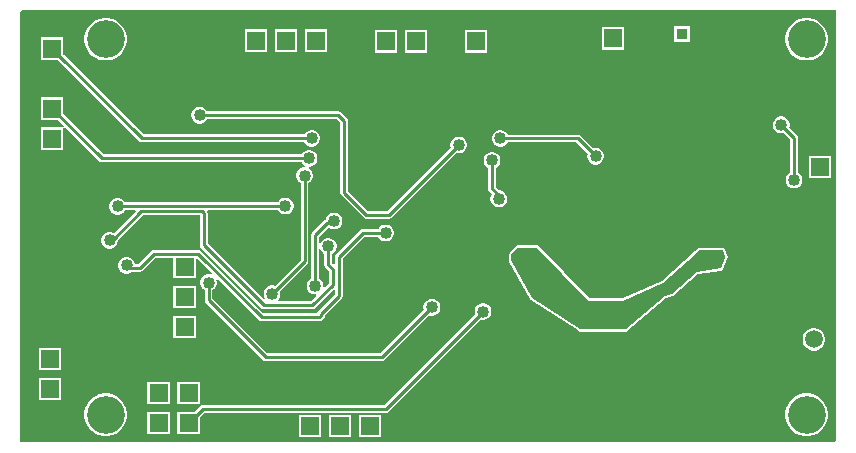
<source format=gbl>
G04*
G04 #@! TF.GenerationSoftware,Altium Limited,Altium Designer,21.6.4 (81)*
G04*
G04 Layer_Physical_Order=2*
G04 Layer_Color=16711680*
%FSLAX44Y44*%
%MOMM*%
G71*
G04*
G04 #@! TF.SameCoordinates,0F59C336-1F8A-43A6-AFB2-A1A9F9B71EC4*
G04*
G04*
G04 #@! TF.FilePolarity,Positive*
G04*
G01*
G75*
%ADD15C,0.2540*%
%ADD61R,1.5000X1.5000*%
%ADD62C,1.5000*%
%ADD63R,1.5000X1.5000*%
%ADD64R,0.9000X0.9000*%
%ADD65C,3.2000*%
%ADD66C,3.2000*%
%ADD67C,1.0160*%
G36*
X692404Y5842D02*
X690626Y4064D01*
X1778D01*
Y368002D01*
X2286Y369062D01*
X3346Y369570D01*
X692404D01*
Y5842D01*
D02*
G37*
%LPC*%
G36*
X568344Y356258D02*
X555344D01*
Y343258D01*
X568344D01*
Y356258D01*
D02*
G37*
G36*
X512928Y355448D02*
X493928D01*
Y336448D01*
X512928D01*
Y355448D01*
D02*
G37*
G36*
X261472Y353614D02*
X242472D01*
Y334614D01*
X261472D01*
Y353614D01*
D02*
G37*
G36*
X236072D02*
X217072D01*
Y334614D01*
X236072D01*
Y353614D01*
D02*
G37*
G36*
X210672D02*
X191672D01*
Y334614D01*
X210672D01*
Y353614D01*
D02*
G37*
G36*
X396850Y352908D02*
X377850D01*
Y333908D01*
X396850D01*
Y352908D01*
D02*
G37*
G36*
X346050D02*
X327050D01*
Y333908D01*
X346050D01*
Y352908D01*
D02*
G37*
G36*
X320650D02*
X301650D01*
Y333908D01*
X320650D01*
Y352908D01*
D02*
G37*
G36*
X75691Y363384D02*
X72145D01*
X68668Y362692D01*
X65392Y361335D01*
X62444Y359366D01*
X59936Y356858D01*
X57967Y353910D01*
X56610Y350634D01*
X55918Y347157D01*
Y343611D01*
X56610Y340134D01*
X57967Y336858D01*
X59936Y333910D01*
X62444Y331403D01*
X65392Y329433D01*
X68668Y328076D01*
X72145Y327384D01*
X75691D01*
X79168Y328076D01*
X82444Y329433D01*
X85392Y331403D01*
X87900Y333910D01*
X89869Y336858D01*
X91226Y340134D01*
X91918Y343611D01*
Y347157D01*
X91226Y350634D01*
X89869Y353910D01*
X87900Y356858D01*
X85392Y359366D01*
X82444Y361335D01*
X79168Y362692D01*
X75691Y363384D01*
D02*
G37*
G36*
X669147Y363384D02*
X665601D01*
X662124Y362692D01*
X658848Y361335D01*
X655900Y359366D01*
X653392Y356858D01*
X651423Y353910D01*
X650066Y350634D01*
X649374Y347157D01*
Y343611D01*
X650066Y340134D01*
X651423Y336858D01*
X653392Y333910D01*
X655900Y331403D01*
X658848Y329433D01*
X662124Y328076D01*
X665601Y327384D01*
X669147D01*
X672624Y328076D01*
X675900Y329433D01*
X678848Y331403D01*
X681356Y333910D01*
X683325Y336858D01*
X684682Y340134D01*
X685374Y343611D01*
Y347157D01*
X684682Y350634D01*
X683325Y353910D01*
X681356Y356858D01*
X678848Y359366D01*
X675900Y361335D01*
X672624Y362692D01*
X669147Y363384D01*
D02*
G37*
G36*
X38202Y346812D02*
X19202D01*
Y327812D01*
X33487D01*
X102290Y259008D01*
X103372Y258286D01*
X104648Y258032D01*
X242162D01*
X242747Y257019D01*
X244065Y255701D01*
X245679Y254769D01*
X247480Y254286D01*
X249344D01*
X251145Y254769D01*
X252759Y255701D01*
X254077Y257019D01*
X255009Y258633D01*
X255492Y260434D01*
Y262298D01*
X255009Y264099D01*
X254077Y265713D01*
X252759Y267031D01*
X251145Y267964D01*
X249344Y268446D01*
X247480D01*
X245679Y267964D01*
X244065Y267031D01*
X242747Y265713D01*
X242162Y264700D01*
X106029D01*
X38202Y332527D01*
Y346812D01*
D02*
G37*
G36*
X154348Y288004D02*
X152484D01*
X150683Y287521D01*
X149069Y286589D01*
X147751Y285271D01*
X146819Y283657D01*
X146336Y281856D01*
Y279992D01*
X146819Y278191D01*
X147751Y276577D01*
X149069Y275259D01*
X150683Y274326D01*
X152484Y273844D01*
X154348D01*
X156149Y274326D01*
X157763Y275259D01*
X159081Y276577D01*
X159666Y277590D01*
X269621D01*
X272768Y274443D01*
Y215336D01*
X273022Y214060D01*
X273745Y212978D01*
X292286Y194436D01*
X293368Y193714D01*
X294644Y193460D01*
X313966D01*
X315242Y193714D01*
X316324Y194436D01*
X370812Y248925D01*
X371942Y248622D01*
X373806D01*
X375607Y249104D01*
X377221Y250037D01*
X378539Y251355D01*
X379472Y252969D01*
X379954Y254770D01*
Y256634D01*
X379472Y258435D01*
X378539Y260049D01*
X377221Y261367D01*
X375607Y262299D01*
X373806Y262782D01*
X371942D01*
X370141Y262299D01*
X368527Y261367D01*
X367209Y260049D01*
X366277Y258435D01*
X365794Y256634D01*
Y254770D01*
X366097Y253640D01*
X312585Y200128D01*
X296025D01*
X279436Y216717D01*
Y275824D01*
X279182Y277100D01*
X278459Y278182D01*
X273360Y283281D01*
X272278Y284004D01*
X271002Y284258D01*
X159666D01*
X159081Y285271D01*
X157763Y286589D01*
X156149Y287521D01*
X154348Y288004D01*
D02*
G37*
G36*
X409056Y268282D02*
X407192D01*
X405391Y267799D01*
X403777Y266867D01*
X402459Y265549D01*
X401526Y263935D01*
X401044Y262134D01*
Y260270D01*
X401526Y258469D01*
X402459Y256855D01*
X403777Y255537D01*
X405391Y254604D01*
X407192Y254122D01*
X409056D01*
X410857Y254604D01*
X412471Y255537D01*
X413789Y256855D01*
X414374Y257868D01*
X472445D01*
X482048Y248264D01*
X481746Y247134D01*
Y245270D01*
X482228Y243469D01*
X483160Y241855D01*
X484478Y240537D01*
X486093Y239604D01*
X487893Y239122D01*
X489758D01*
X491558Y239604D01*
X493173Y240537D01*
X494491Y241855D01*
X495423Y243469D01*
X495906Y245270D01*
Y247134D01*
X495423Y248935D01*
X494491Y250549D01*
X493173Y251867D01*
X491558Y252799D01*
X489758Y253282D01*
X487893D01*
X486763Y252979D01*
X476082Y263660D01*
X475001Y264383D01*
X473725Y264637D01*
X473218Y264536D01*
X414374D01*
X413789Y265549D01*
X412471Y266867D01*
X410857Y267799D01*
X409056Y268282D01*
D02*
G37*
G36*
X688188Y246736D02*
X669188D01*
Y227736D01*
X688188D01*
Y246736D01*
D02*
G37*
G36*
X646854Y279876D02*
X644990D01*
X643189Y279394D01*
X641575Y278461D01*
X640257Y277143D01*
X639324Y275529D01*
X638842Y273728D01*
Y271864D01*
X639324Y270063D01*
X640257Y268449D01*
X641575Y267131D01*
X643189Y266199D01*
X644990Y265716D01*
X646854D01*
X647984Y266019D01*
X653510Y260493D01*
Y232310D01*
X652497Y231725D01*
X651179Y230407D01*
X650247Y228793D01*
X649764Y226992D01*
Y225128D01*
X650247Y223327D01*
X651179Y221713D01*
X652497Y220395D01*
X654111Y219463D01*
X655912Y218980D01*
X657776D01*
X659577Y219463D01*
X661191Y220395D01*
X662509Y221713D01*
X663441Y223327D01*
X663924Y225128D01*
Y226992D01*
X663441Y228793D01*
X662509Y230407D01*
X661191Y231725D01*
X660178Y232310D01*
Y261874D01*
X659924Y263150D01*
X659202Y264231D01*
X652699Y270734D01*
X653002Y271864D01*
Y273728D01*
X652520Y275529D01*
X651587Y277143D01*
X650269Y278461D01*
X648655Y279394D01*
X646854Y279876D01*
D02*
G37*
G36*
X402056Y249782D02*
X400192D01*
X398391Y249300D01*
X396777Y248367D01*
X395459Y247049D01*
X394526Y245435D01*
X394044Y243634D01*
Y241770D01*
X394526Y239969D01*
X395459Y238355D01*
X396777Y237037D01*
X397790Y236452D01*
Y218624D01*
X398044Y217348D01*
X398767Y216266D01*
X400894Y214139D01*
X400199Y212935D01*
X399716Y211134D01*
Y209270D01*
X400199Y207469D01*
X401131Y205855D01*
X402449Y204537D01*
X404063Y203605D01*
X405864Y203122D01*
X407728D01*
X409529Y203605D01*
X411143Y204537D01*
X412462Y205855D01*
X413394Y207469D01*
X413876Y209270D01*
Y211134D01*
X413394Y212935D01*
X412462Y214549D01*
X411143Y215867D01*
X409529Y216800D01*
X407728Y217282D01*
X407181D01*
X404458Y220005D01*
Y236452D01*
X405471Y237037D01*
X406789Y238355D01*
X407721Y239969D01*
X408204Y241770D01*
Y243634D01*
X407721Y245435D01*
X406789Y247049D01*
X405471Y248367D01*
X403857Y249300D01*
X402056Y249782D01*
D02*
G37*
G36*
X38202Y296012D02*
X19202D01*
Y277012D01*
X33487D01*
X38910Y271589D01*
X38091Y270612D01*
X36978Y270612D01*
X19202D01*
Y251612D01*
X38202D01*
Y269347D01*
X38202Y270501D01*
X39179Y271320D01*
X68509Y241990D01*
X69590Y241268D01*
X70866Y241014D01*
X239876D01*
X240461Y240001D01*
X241779Y238683D01*
X242759Y238117D01*
X242418Y236847D01*
X241384D01*
X239583Y236364D01*
X237969Y235432D01*
X236651Y234114D01*
X235718Y232500D01*
X235236Y230699D01*
Y228835D01*
X235718Y227034D01*
X236651Y225420D01*
X237969Y224102D01*
X238982Y223517D01*
Y158607D01*
X216946Y136571D01*
X215816Y136874D01*
X213952D01*
X212151Y136391D01*
X210537Y135459D01*
X209219Y134141D01*
X208286Y132527D01*
X207804Y130726D01*
Y128862D01*
X208286Y127061D01*
X209064Y125715D01*
X208829Y124788D01*
X208551Y124318D01*
X208351Y124278D01*
X160306Y172323D01*
Y197902D01*
X160052Y199178D01*
X159953Y199326D01*
X160632Y200596D01*
X219851D01*
X220431Y199593D01*
X221749Y198275D01*
X223363Y197342D01*
X225164Y196860D01*
X227028D01*
X228829Y197342D01*
X230443Y198275D01*
X231761Y199593D01*
X232694Y201207D01*
X233176Y203008D01*
Y204872D01*
X232694Y206673D01*
X231761Y208287D01*
X230443Y209605D01*
X228829Y210537D01*
X227028Y211020D01*
X225164D01*
X223363Y210537D01*
X221749Y209605D01*
X220431Y208287D01*
X219840Y207264D01*
X90196D01*
X89739Y208055D01*
X88421Y209373D01*
X86807Y210306D01*
X85006Y210788D01*
X83142D01*
X81341Y210306D01*
X79727Y209373D01*
X78409Y208055D01*
X77477Y206441D01*
X76994Y204640D01*
Y202776D01*
X77477Y200975D01*
X78409Y199361D01*
X79727Y198043D01*
X81341Y197111D01*
X83142Y196628D01*
X85006D01*
X86807Y197111D01*
X88421Y198043D01*
X89739Y199361D01*
X90452Y200596D01*
X98972D01*
X99458Y199423D01*
X81020Y180985D01*
X79949Y181604D01*
X78148Y182086D01*
X76284D01*
X74483Y181604D01*
X72869Y180671D01*
X71551Y179353D01*
X70619Y177739D01*
X70136Y175938D01*
Y174074D01*
X70619Y172273D01*
X71551Y170659D01*
X72869Y169341D01*
X74483Y168409D01*
X76284Y167926D01*
X78148D01*
X79949Y168409D01*
X81563Y169341D01*
X82881Y170659D01*
X83813Y172273D01*
X84296Y174074D01*
Y174831D01*
X105521Y196056D01*
X153638D01*
Y170942D01*
X153892Y169666D01*
X154614Y168584D01*
X205415Y117785D01*
X206496Y117062D01*
X207772Y116808D01*
X248994D01*
X250270Y117062D01*
X251351Y117785D01*
X266765Y133198D01*
X267938Y132712D01*
Y128889D01*
X253857Y114808D01*
X253134Y113726D01*
X252997Y113036D01*
X207401D01*
X154503Y165933D01*
X153422Y166656D01*
X152146Y166910D01*
X114808D01*
X113532Y166656D01*
X112450Y165933D01*
X101743Y155226D01*
X98607D01*
X98292Y156403D01*
X97359Y158017D01*
X96041Y159335D01*
X94427Y160268D01*
X92626Y160750D01*
X90762D01*
X88961Y160268D01*
X87347Y159335D01*
X86029Y158017D01*
X85097Y156403D01*
X84614Y154602D01*
Y152738D01*
X85097Y150937D01*
X86029Y149323D01*
X87347Y148005D01*
X88961Y147072D01*
X90762Y146590D01*
X92626D01*
X94427Y147072D01*
X96041Y148005D01*
X96595Y148558D01*
X103124D01*
X104400Y148812D01*
X105482Y149535D01*
X116189Y160242D01*
X131374D01*
Y142702D01*
X150374D01*
Y158837D01*
X151644Y159363D01*
X163952Y147055D01*
X163294Y145917D01*
X161968Y146272D01*
X160104D01*
X158303Y145789D01*
X156689Y144857D01*
X155371Y143539D01*
X154438Y141925D01*
X153956Y140124D01*
Y138260D01*
X154438Y136459D01*
X155371Y134845D01*
X156689Y133527D01*
X157702Y132942D01*
Y124206D01*
X157956Y122930D01*
X158679Y121848D01*
X206938Y73589D01*
X208020Y72866D01*
X209296Y72612D01*
X307778D01*
X309054Y72866D01*
X310135Y73589D01*
X348062Y111515D01*
X349192Y111212D01*
X351056D01*
X352857Y111694D01*
X354471Y112627D01*
X355789Y113945D01*
X356721Y115559D01*
X357204Y117360D01*
Y119224D01*
X356721Y121025D01*
X355789Y122639D01*
X354471Y123957D01*
X352857Y124889D01*
X351056Y125372D01*
X349192D01*
X347391Y124889D01*
X345777Y123957D01*
X344459Y122639D01*
X343526Y121025D01*
X343044Y119224D01*
Y117360D01*
X343347Y116230D01*
X306397Y79280D01*
X210677D01*
X164370Y125587D01*
Y132942D01*
X165383Y133527D01*
X166701Y134845D01*
X167633Y136459D01*
X168116Y138260D01*
Y140124D01*
X167761Y141450D01*
X168899Y142108D01*
X203662Y107344D01*
X204744Y106622D01*
X206020Y106368D01*
X254726D01*
X256002Y106622D01*
X257084Y107345D01*
X258571Y108832D01*
X259294Y109914D01*
X259518Y111039D01*
X273629Y125150D01*
X274352Y126232D01*
X274606Y127508D01*
Y159401D01*
X292973Y177768D01*
X304646D01*
X305231Y176755D01*
X306549Y175437D01*
X308163Y174505D01*
X309964Y174022D01*
X311828D01*
X313629Y174505D01*
X315243Y175437D01*
X316561Y176755D01*
X317493Y178369D01*
X317976Y180170D01*
Y182034D01*
X317493Y183835D01*
X316561Y185449D01*
X315243Y186767D01*
X313629Y187700D01*
X311828Y188182D01*
X309964D01*
X308163Y187700D01*
X306549Y186767D01*
X305231Y185449D01*
X304646Y184436D01*
X291592D01*
X290316Y184182D01*
X289235Y183459D01*
X268915Y163139D01*
X268192Y162058D01*
X267938Y160782D01*
Y154982D01*
X266765Y154496D01*
X265716Y155544D01*
Y163676D01*
X266729Y164261D01*
X268047Y165579D01*
X268979Y167193D01*
X269462Y168994D01*
Y170858D01*
X268979Y172659D01*
X268047Y174273D01*
X266729Y175591D01*
X265115Y176523D01*
X263314Y177006D01*
X261450D01*
X259649Y176523D01*
X258035Y175591D01*
X256717Y174273D01*
X255784Y172659D01*
X255728Y172448D01*
X254458Y172615D01*
Y177750D01*
X262761Y186052D01*
X263027Y185787D01*
X264641Y184855D01*
X266442Y184372D01*
X268306D01*
X270107Y184855D01*
X271721Y185787D01*
X273039Y187105D01*
X273972Y188719D01*
X274454Y190520D01*
Y192384D01*
X273972Y194185D01*
X273039Y195799D01*
X271721Y197117D01*
X270107Y198050D01*
X268306Y198532D01*
X266442D01*
X264641Y198050D01*
X263027Y197117D01*
X261709Y195799D01*
X260777Y194185D01*
X260356Y192614D01*
X260225Y192588D01*
X259144Y191866D01*
X255786Y188508D01*
X255786Y188507D01*
X248766Y181488D01*
X248044Y180407D01*
X247790Y179131D01*
Y142702D01*
X246777Y142117D01*
X245459Y140799D01*
X244527Y139185D01*
X244044Y137384D01*
Y135520D01*
X244527Y133719D01*
X245459Y132105D01*
X246777Y130787D01*
X248391Y129854D01*
X250192Y129372D01*
X251713D01*
X252234Y128465D01*
X252294Y128157D01*
X247613Y123476D01*
X220375D01*
X219849Y124746D01*
X220549Y125447D01*
X221481Y127061D01*
X221964Y128862D01*
Y130726D01*
X221661Y131856D01*
X244674Y154868D01*
X245396Y155950D01*
X245650Y157226D01*
Y223517D01*
X246663Y224102D01*
X247981Y225420D01*
X248913Y227034D01*
X249396Y228835D01*
Y230699D01*
X248913Y232500D01*
X247981Y234114D01*
X246663Y235432D01*
X245683Y235998D01*
X246024Y237268D01*
X247058D01*
X248859Y237750D01*
X250473Y238683D01*
X251791Y240001D01*
X252724Y241615D01*
X253206Y243416D01*
Y245280D01*
X252724Y247081D01*
X251791Y248695D01*
X250473Y250013D01*
X248859Y250945D01*
X247058Y251428D01*
X245194D01*
X243393Y250945D01*
X241779Y250013D01*
X240461Y248695D01*
X239876Y247682D01*
X72247D01*
X38202Y281727D01*
Y296012D01*
D02*
G37*
G36*
X150374Y136302D02*
X131374D01*
Y117302D01*
X150374D01*
Y136302D01*
D02*
G37*
G36*
X394306Y121782D02*
X392442D01*
X390641Y121299D01*
X389027Y120367D01*
X387709Y119049D01*
X386777Y117435D01*
X386294Y115634D01*
Y113770D01*
X386597Y112640D01*
X309549Y35592D01*
X156246D01*
X154970Y35338D01*
X153889Y34615D01*
X149001Y29728D01*
X134716D01*
Y10728D01*
X153716D01*
Y25013D01*
X157627Y28924D01*
X310930D01*
X312206Y29178D01*
X313288Y29901D01*
X391312Y107925D01*
X392442Y107622D01*
X394306D01*
X396107Y108104D01*
X397721Y109037D01*
X399039Y110355D01*
X399972Y111969D01*
X400454Y113770D01*
Y115634D01*
X399972Y117435D01*
X399039Y119049D01*
X397721Y120367D01*
X396107Y121299D01*
X394306Y121782D01*
D02*
G37*
G36*
X423041Y170766D02*
X422261Y170611D01*
X421599Y170169D01*
X421599Y170169D01*
X415884Y164454D01*
X415442Y163792D01*
X415287Y163012D01*
Y157932D01*
X415309Y157823D01*
X415299Y157711D01*
X415386Y157435D01*
X415442Y157152D01*
X415504Y157059D01*
X415537Y156952D01*
X433063Y124949D01*
X433136Y124862D01*
X433181Y124759D01*
X433389Y124559D01*
X433574Y124339D01*
X433674Y124286D01*
X433756Y124208D01*
X473821Y98667D01*
X474050Y98324D01*
X474712Y97882D01*
X475492Y97727D01*
X486160D01*
X514436Y97727D01*
X514745Y97788D01*
X515058Y97824D01*
X515133Y97865D01*
X515216Y97882D01*
X515479Y98057D01*
X515754Y98210D01*
X548465Y125920D01*
X553893Y127450D01*
X553948Y127479D01*
X554010Y127487D01*
X554301Y127658D01*
X554602Y127812D01*
X554642Y127859D01*
X554696Y127890D01*
X575197Y146156D01*
X594916Y149113D01*
X595139Y149193D01*
X595371Y149237D01*
X595510Y149327D01*
X595665Y149383D01*
X595840Y149542D01*
X596038Y149671D01*
X596132Y149807D01*
X596254Y149918D01*
X596355Y150132D01*
X596488Y150327D01*
X600298Y159217D01*
X600301Y159229D01*
X600308Y159240D01*
X600383Y159618D01*
X600463Y159995D01*
X600461Y160008D01*
X600463Y160020D01*
Y161985D01*
X600459Y162006D01*
X600463Y162027D01*
X600382Y162395D01*
X600308Y162766D01*
X600296Y162783D01*
X600292Y162804D01*
X598260Y167442D01*
X598044Y167751D01*
X597834Y168066D01*
X597817Y168078D01*
X597804Y168095D01*
X597487Y168298D01*
X597172Y168508D01*
X597152Y168512D01*
X597134Y168523D01*
X596762Y168589D01*
X596392Y168663D01*
X576580D01*
X576580Y168663D01*
X575800Y168508D01*
X575138Y168066D01*
X572889Y165817D01*
X544978Y140672D01*
X511648Y125991D01*
X483356Y125991D01*
X440817Y170142D01*
X440802Y170153D01*
X440791Y170169D01*
X440475Y170380D01*
X440164Y170596D01*
X440145Y170600D01*
X440129Y170611D01*
X439758Y170685D01*
X439387Y170766D01*
X439368Y170762D01*
X439349Y170766D01*
X423041D01*
X423041Y170766D01*
D02*
G37*
G36*
X150374Y110902D02*
X131374D01*
Y91902D01*
X150374D01*
Y110902D01*
D02*
G37*
G36*
X674859Y100686D02*
X672357D01*
X669941Y100039D01*
X667775Y98788D01*
X666006Y97019D01*
X664755Y94853D01*
X664108Y92437D01*
Y89935D01*
X664755Y87519D01*
X666006Y85353D01*
X667775Y83584D01*
X669941Y82333D01*
X672357Y81686D01*
X674859D01*
X677275Y82333D01*
X679441Y83584D01*
X681210Y85353D01*
X682461Y87519D01*
X683108Y89935D01*
Y92437D01*
X682461Y94853D01*
X681210Y97019D01*
X679441Y98788D01*
X677275Y100039D01*
X674859Y100686D01*
D02*
G37*
G36*
X36170Y84176D02*
X17170D01*
Y65176D01*
X36170D01*
Y84176D01*
D02*
G37*
G36*
Y58776D02*
X17170D01*
Y39776D01*
X36170D01*
Y58776D01*
D02*
G37*
G36*
X153716Y55128D02*
X134716D01*
Y36128D01*
X153716D01*
Y55128D01*
D02*
G37*
G36*
X128316D02*
X109316D01*
Y36128D01*
X128316D01*
Y55128D01*
D02*
G37*
G36*
Y29728D02*
X109316D01*
Y10728D01*
X128316D01*
Y29728D01*
D02*
G37*
G36*
X669147Y45376D02*
X665601D01*
X662124Y44684D01*
X658848Y43327D01*
X655900Y41358D01*
X653393Y38850D01*
X651423Y35902D01*
X650066Y32627D01*
X649374Y29149D01*
Y25603D01*
X650066Y22126D01*
X651423Y18850D01*
X653393Y15902D01*
X655900Y13395D01*
X658848Y11425D01*
X662124Y10068D01*
X665601Y9376D01*
X669147D01*
X672625Y10068D01*
X675900Y11425D01*
X678848Y13395D01*
X681356Y15902D01*
X683326Y18850D01*
X684682Y22126D01*
X685374Y25603D01*
Y29149D01*
X684682Y32627D01*
X683326Y35902D01*
X681356Y38850D01*
X678848Y41358D01*
X675900Y43327D01*
X672625Y44684D01*
X669147Y45376D01*
D02*
G37*
G36*
X75691Y45376D02*
X72145D01*
X68668Y44684D01*
X65392Y43327D01*
X62444Y41357D01*
X59937Y38850D01*
X57967Y35902D01*
X56610Y32626D01*
X55918Y29149D01*
Y25603D01*
X56610Y22126D01*
X57967Y18850D01*
X59937Y15902D01*
X62444Y13395D01*
X65392Y11425D01*
X68668Y10068D01*
X72145Y9376D01*
X75691D01*
X79169Y10068D01*
X82444Y11425D01*
X85392Y13395D01*
X87900Y15902D01*
X89869Y18850D01*
X91226Y22126D01*
X91918Y25603D01*
Y29149D01*
X91226Y32626D01*
X89869Y35902D01*
X87900Y38850D01*
X85392Y41357D01*
X82444Y43327D01*
X79169Y44684D01*
X75691Y45376D01*
D02*
G37*
G36*
X307446Y27478D02*
X288446D01*
Y8478D01*
X307446D01*
Y27478D01*
D02*
G37*
G36*
X282046D02*
X263046D01*
Y8478D01*
X282046D01*
Y27478D01*
D02*
G37*
G36*
X256646D02*
X237646D01*
Y8478D01*
X256646D01*
Y27478D01*
D02*
G37*
%LPD*%
G36*
X255784Y167193D02*
X256717Y165579D01*
X258035Y164261D01*
X259048Y163676D01*
Y154163D01*
X259302Y152888D01*
X260025Y151806D01*
X262858Y148972D01*
Y138721D01*
X259419Y135282D01*
X259111Y135342D01*
X258204Y135863D01*
Y137384D01*
X257722Y139185D01*
X256789Y140799D01*
X255471Y142117D01*
X254458Y142702D01*
Y167237D01*
X255728Y167404D01*
X255784Y167193D01*
D02*
G37*
G36*
X482489Y123952D02*
X512078Y123952D01*
X546100Y138938D01*
X574294Y164338D01*
X576580Y166624D01*
X596392D01*
X598424Y161985D01*
Y161036D01*
Y160528D01*
Y160020D01*
X594614Y151130D01*
X574294Y148082D01*
X553339Y129413D01*
X547485Y127762D01*
X514436Y99766D01*
X486160Y99766D01*
X475492D01*
Y100020D01*
X434852Y125928D01*
X417326Y157932D01*
Y163012D01*
X423041Y168727D01*
X439349D01*
X482489Y123952D01*
D02*
G37*
D15*
X656844Y226060D02*
Y261874D01*
X645922Y272796D02*
X656844Y261874D01*
X226086Y203930D02*
X226096Y203940D01*
X84074Y203708D02*
X84296Y203930D01*
X226086D01*
X79756Y175006D02*
X104140Y199390D01*
X77216Y175006D02*
X79756D01*
X104140Y199390D02*
X155484D01*
X207772Y120142D02*
X248994D01*
X156972Y170942D02*
X207772Y120142D01*
X156972Y170942D02*
Y197902D01*
X104648Y261366D02*
X248412D01*
X30607Y335407D02*
X104648Y261366D01*
X28702Y286512D02*
X70866Y244348D01*
X246126D01*
X242316Y157226D02*
Y229767D01*
X214884Y129794D02*
X242316Y157226D01*
X153416Y280924D02*
X271002D01*
X276102Y275824D01*
X103124Y151892D02*
X114808Y163576D01*
X91694Y153670D02*
X93472Y151892D01*
X103124D01*
X114808Y163576D02*
X152146D01*
X206020Y109702D01*
X254726D01*
X161036Y124206D02*
X209296Y75946D01*
X161036Y124206D02*
Y139192D01*
X209296Y75946D02*
X307778D01*
X155484Y199390D02*
X156972Y197902D01*
X256214Y111190D02*
Y112450D01*
X254726Y109702D02*
X256214Y111190D01*
X271272Y127508D02*
Y160782D01*
X256214Y112450D02*
X271272Y127508D01*
Y160782D02*
X291592Y181102D01*
X310896D01*
X262382Y154163D02*
Y169926D01*
Y154163D02*
X266192Y150353D01*
Y137340D02*
Y150353D01*
X248994Y120142D02*
X266192Y137340D01*
X307778Y75946D02*
X350124Y118292D01*
X156246Y32258D02*
X310930D01*
X144216Y20228D02*
X156246Y32258D01*
X310930D02*
X393374Y114702D01*
X251124Y179131D02*
X258143Y186150D01*
X251124Y136452D02*
Y179131D01*
X265430Y189508D02*
X267374Y191452D01*
X261501Y189508D02*
X265430D01*
X258143Y186150D02*
X258143D01*
X261501Y189508D01*
X276102Y215336D02*
Y275824D01*
Y215336D02*
X294644Y196794D01*
X313966D01*
X372874Y255702D01*
X473725Y261303D02*
X488826Y246202D01*
X473624Y261202D02*
X473725Y261303D01*
X408124Y261202D02*
X473624D01*
X406796Y210202D02*
Y212951D01*
X401124Y218624D02*
X406796Y212951D01*
X401124Y218624D02*
Y242702D01*
D61*
X678688Y237236D02*
D03*
X673608Y65786D02*
D03*
X26670Y49276D02*
D03*
Y74676D02*
D03*
X28702Y337312D02*
D03*
Y311912D02*
D03*
Y286512D02*
D03*
Y261112D02*
D03*
X140874Y101402D02*
D03*
Y126802D02*
D03*
Y152202D02*
D03*
Y177602D02*
D03*
D62*
X678688Y211836D02*
D03*
X673608Y91186D02*
D03*
D63*
X503428Y345948D02*
D03*
X528828D02*
D03*
X251972Y344114D02*
D03*
X226572D02*
D03*
X201172D02*
D03*
X175772D02*
D03*
X311150Y343408D02*
D03*
X336550D02*
D03*
X361950D02*
D03*
X387350D02*
D03*
X323346Y17978D02*
D03*
X297946D02*
D03*
X272546D02*
D03*
X247146D02*
D03*
X169616Y45628D02*
D03*
Y20228D02*
D03*
X144216Y45628D02*
D03*
Y20228D02*
D03*
X118816Y45628D02*
D03*
Y20228D02*
D03*
D64*
X561844Y349758D02*
D03*
X574294D02*
D03*
D65*
X73918Y345384D02*
D03*
X667374Y27376D02*
D03*
X667374Y345384D02*
D03*
D66*
X73918Y27376D02*
D03*
D67*
X656844Y226060D02*
D03*
X645922Y272796D02*
D03*
X589534Y157988D02*
D03*
X478624Y114702D02*
D03*
X226096Y203940D02*
D03*
X77216Y175006D02*
D03*
X309626Y210820D02*
D03*
X339852Y299974D02*
D03*
X248412Y261366D02*
D03*
X246126Y244348D02*
D03*
X242316Y229767D02*
D03*
X84074Y203708D02*
D03*
X153416Y280924D02*
D03*
X91694Y153670D02*
D03*
X161036Y139192D02*
D03*
X262382Y169926D02*
D03*
X214884Y129794D02*
D03*
X310896Y181102D02*
D03*
X267374Y191452D02*
D03*
X408944Y291028D02*
D03*
X350124Y118292D02*
D03*
X372874Y255702D02*
D03*
X427624Y159952D02*
D03*
X408124Y261202D02*
D03*
X401124Y242702D02*
D03*
X251124Y136452D02*
D03*
X424624Y274202D02*
D03*
X233172Y134366D02*
D03*
X488826Y246202D02*
D03*
X406796Y210202D02*
D03*
X393374Y114702D02*
D03*
M02*

</source>
